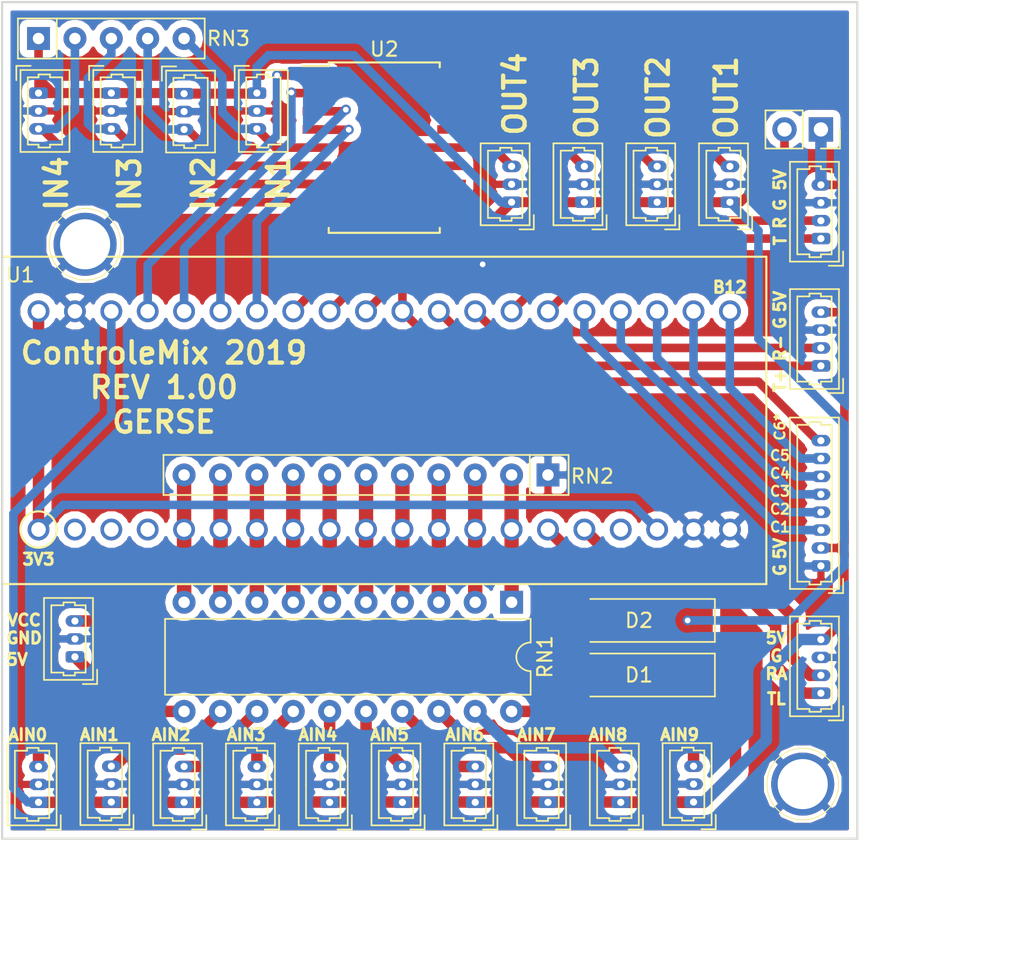
<source format=kicad_pcb>
(kicad_pcb (version 20171130) (host pcbnew 5.0.2)
  (layers (0 F.Cu signal) (31 B.Cu signal) (34 B.Paste user hide) (35 F.Paste user hide) (36 B.SilkS user) (37 F.SilkS user) (38 B.Mask user) (39 F.Mask user) (44 Edge.Cuts user))
  (net 0 "")
  (net 1 +5V)
  (net 2 "Net-(D1-Pad2)")
  (net 3 VCC)
  (net 4 "Net-(D2-Pad2)")
  (net 5 /AI0)
  (net 6 Earth)
  (net 7 /IN1)
  (net 8 /AI1)
  (net 9 /IN2)
  (net 10 /AI2)
  (net 11 /IN3)
  (net 12 /AI3)
  (net 13 /IN4)
  (net 14 /AI4)
  (net 15 /OUT1)
  (net 16 /AI5)
  (net 17 /OUT2)
  (net 18 /AI6)
  (net 19 /OUT3)
  (net 20 /AI7)
  (net 21 /OUT4)
  (net 22 /AI9)
  (net 23 /CH1)
  (net 24 /CH2)
  (net 25 /CH3)
  (net 26 /CH4)
  (net 27 /CH5)
  (net 28 /CH6)
  (net 29 /TX1)
  (net 30 /RX1)
  (net 31 /RX3_SDA2)
  (net 32 /TX3_SDL2)
  (net 33 /CANTX_USB+)
  (net 34 /ADC_CH9)
  (net 35 /ADC_CH8)
  (net 36 /ADC_CH7)
  (net 37 /ADC_CH6)
  (net 38 /ADC_CH5)
  (net 39 /ADC_CH4)
  (net 40 /ADC_CH3)
  (net 41 /ADC_CH2)
  (net 42 /ADC_CH1)
  (net 43 /AI8)
  (net 44 /ADC_CH0)
  (net 45 +3V3)
  (net 46 "Net-(U1-Pad2)")
  (net 47 "Net-(U1-Pad3)")
  (net 48 "Net-(U1-Pad4)")
  (net 49 "Net-(U1-Pad17)")
  (net 50 /PB3)
  (net 51 /PB4)
  (net 52 /PB5)
  (net 53 /PWM_CH1)
  (net 54 /PWM_CH2)
  (net 55 /PWM_CH3)
  (net 56 /PWM_CH4)
  (net 57 /CANRX_USB-)
  (module MyFootprint:Pin_D3.5mm_L4.4mm (layer F.Cu) (at 139.5 71.75)
    (fp_text reference REF** hide)
    (fp_text value Pin_D1.0mm_L10.0mm)
    (pad 1 thru_hole circle (at 0 0) (size 4.4 4.4) (drill 3.5) (layers *.Cu *.Mask) (net 6 Earth))
  )
  (module MyFootprint:stm32f103c8t6-module-china (layer F.Cu) (at 160.38 84.05)
    (fp_text reference U1 (at -25.4 -10.16) (layer F.SilkS))
    (fp_text value mySTM32F103C8T6 hide)
    (pad 1 thru_hole circle (at -24.13 7.62) (size 1.524 1.524) (drill 1.016) (layers *.Cu *.Mask) (net 45 +3V3))
    (pad 2 thru_hole circle (at -21.59 7.62) (size 1.524 1.524) (drill 1.016) (layers *.Cu *.Mask) (net 46 "Net-(U1-Pad2)"))
    (pad 3 thru_hole circle (at -19.05 7.62) (size 1.524 1.524) (drill 1.016) (layers *.Cu *.Mask) (net 47 "Net-(U1-Pad3)"))
    (pad 4 thru_hole circle (at -16.51 7.62) (size 1.524 1.524) (drill 1.016) (layers *.Cu *.Mask) (net 48 "Net-(U1-Pad4)"))
    (pad 5 thru_hole circle (at -13.97 7.62) (size 1.524 1.524) (drill 1.016) (layers *.Cu *.Mask) (net 44 /ADC_CH0))
    (pad 6 thru_hole circle (at -11.43 7.62) (size 1.524 1.524) (drill 1.016) (layers *.Cu *.Mask) (net 42 /ADC_CH1))
    (pad 7 thru_hole circle (at -8.89 7.62) (size 1.524 1.524) (drill 1.016) (layers *.Cu *.Mask) (net 41 /ADC_CH2))
    (pad 8 thru_hole circle (at -6.35 7.62) (size 1.524 1.524) (drill 1.016) (layers *.Cu *.Mask) (net 40 /ADC_CH3))
    (pad 9 thru_hole circle (at -3.81 7.62) (size 1.524 1.524) (drill 1.016) (layers *.Cu *.Mask) (net 39 /ADC_CH4))
    (pad 10 thru_hole circle (at -1.27 7.62) (size 1.524 1.524) (drill 1.016) (layers *.Cu *.Mask) (net 38 /ADC_CH5))
    (pad 11 thru_hole circle (at 1.27 7.62) (size 1.524 1.524) (drill 1.016) (layers *.Cu *.Mask) (net 37 /ADC_CH6))
    (pad 12 thru_hole circle (at 3.81 7.62) (size 1.524 1.524) (drill 1.016) (layers *.Cu *.Mask) (net 36 /ADC_CH7))
    (pad 13 thru_hole circle (at 6.35 7.62) (size 1.524 1.524) (drill 1.016) (layers *.Cu *.Mask) (net 35 /ADC_CH8))
    (pad 14 thru_hole circle (at 8.89 7.62) (size 1.524 1.524) (drill 1.016) (layers *.Cu *.Mask) (net 34 /ADC_CH9))
    (pad 15 thru_hole circle (at 11.43 7.62) (size 1.524 1.524) (drill 1.016) (layers *.Cu *.Mask) (net 32 /TX3_SDL2))
    (pad 16 thru_hole circle (at 13.97 7.62) (size 1.524 1.524) (drill 1.016) (layers *.Cu *.Mask) (net 31 /RX3_SDA2))
    (pad 17 thru_hole circle (at 16.51 7.62) (size 1.524 1.524) (drill 1.016) (layers *.Cu *.Mask) (net 49 "Net-(U1-Pad17)"))
    (pad 18 thru_hole circle (at 19.05 7.62) (size 1.524 1.524) (drill 1.016) (layers *.Cu *.Mask) (net 45 +3V3))
    (pad 19 thru_hole circle (at 21.59 7.62) (size 1.524 1.524) (drill 1.016) (layers *.Cu *.Mask) (net 6 Earth))
    (pad 20 thru_hole circle (at 24.13 7.62) (size 1.524 1.524) (drill 1.016) (layers *.Cu *.Mask) (net 6 Earth))
    (pad 21 thru_hole circle (at 24.13 -7.62) (size 1.524 1.524) (drill 1.016) (layers *.Cu *.Mask) (net 27 /CH5))
    (pad 22 thru_hole circle (at 21.59 -7.62) (size 1.524 1.524) (drill 1.016) (layers *.Cu *.Mask) (net 26 /CH4))
    (pad 23 thru_hole circle (at 19.05 -7.62) (size 1.524 1.524) (drill 1.016) (layers *.Cu *.Mask) (net 25 /CH3))
    (pad 24 thru_hole circle (at 16.51 -7.62) (size 1.524 1.524) (drill 1.016) (layers *.Cu *.Mask) (net 24 /CH2))
    (pad 25 thru_hole circle (at 13.97 -7.62) (size 1.524 1.524) (drill 1.016) (layers *.Cu *.Mask) (net 23 /CH1))
    (pad 26 thru_hole circle (at 11.43 -7.62) (size 1.524 1.524) (drill 1.016) (layers *.Cu *.Mask) (net 29 /TX1))
    (pad 27 thru_hole circle (at 8.89 -7.62) (size 1.524 1.524) (drill 1.016) (layers *.Cu *.Mask) (net 30 /RX1))
    (pad 28 thru_hole circle (at 6.35 -7.62) (size 1.524 1.524) (drill 1.016) (layers *.Cu *.Mask) (net 57 /CANRX_USB-))
    (pad 29 thru_hole circle (at 3.81 -7.62) (size 1.524 1.524) (drill 1.016) (layers *.Cu *.Mask) (net 33 /CANTX_USB+))
    (pad 30 thru_hole circle (at 1.27 -7.62) (size 1.524 1.524) (drill 1.016) (layers *.Cu *.Mask) (net 28 /CH6))
    (pad 31 thru_hole circle (at -1.27 -7.62) (size 1.524 1.524) (drill 1.016) (layers *.Cu *.Mask) (net 50 /PB3))
    (pad 32 thru_hole circle (at -3.81 -7.62) (size 1.524 1.524) (drill 1.016) (layers *.Cu *.Mask) (net 51 /PB4))
    (pad 33 thru_hole circle (at -6.35 -7.62) (size 1.524 1.524) (drill 1.016) (layers *.Cu *.Mask) (net 52 /PB5))
    (pad 34 thru_hole circle (at -8.89 -7.62) (size 1.524 1.524) (drill 1.016) (layers *.Cu *.Mask) (net 53 /PWM_CH1))
    (pad 35 thru_hole circle (at -11.43 -7.62) (size 1.524 1.524) (drill 1.016) (layers *.Cu *.Mask) (net 54 /PWM_CH2))
    (pad 36 thru_hole circle (at -13.97 -7.62) (size 1.524 1.524) (drill 1.016) (layers *.Cu *.Mask) (net 55 /PWM_CH3))
    (pad 37 thru_hole circle (at -16.51 -7.62) (size 1.524 1.524) (drill 1.016) (layers *.Cu *.Mask) (net 56 /PWM_CH4))
    (pad 38 thru_hole circle (at -19.05 -7.62) (size 1.524 1.524) (drill 1.016) (layers *.Cu *.Mask) (net 1 +5V))
    (pad 39 thru_hole circle (at -21.59 -7.62) (size 1.524 1.524) (drill 1.016) (layers *.Cu *.Mask) (net 6 Earth))
    (pad 40 thru_hole circle (at -24.13 -7.62) (size 1.524 1.524) (drill 1.016) (layers *.Cu *.Mask) (net 45 +3V3))
  )
  (module Connector_PinSocket_2.54mm:PinSocket_1x02_P2.54mm_Vertical (layer F.Cu) (at 190.86 63.73 270)
    (fp_text reference JP1 hide)
    (fp_text value 5V=VCC)
    (pad 1 thru_hole rect (at 0 0 270) (size 1.7 1.7) (drill 1) (layers *.Cu *.Mask) (net 1 +5V))
    (pad 2 thru_hole oval (at 0 2.54 270) (size 1.7 1.7) (drill 1) (layers *.Cu *.Mask) (net 3 VCC))
  )
  (module Package_DIP:DIP-20_W7.62mm (layer F.Cu) (at 169.27 96.75 270)
    (fp_text reference RN1 (at 3.81 -2.33 270) (layer F.SilkS))
    (fp_text value RA)
    (pad 1 thru_hole rect (at 0 0 270) (size 1.6 1.6) (drill 0.8) (layers *.Cu *.Mask) (net 34 /ADC_CH9))
    (pad 11 thru_hole oval (at 7.62 22.86 270) (size 1.6 1.6) (drill 0.8) (layers *.Cu *.Mask) (net 5 /AI0))
    (pad 2 thru_hole oval (at 0 2.54 270) (size 1.6 1.6) (drill 0.8) (layers *.Cu *.Mask) (net 35 /ADC_CH8))
    (pad 12 thru_hole oval (at 7.62 20.32 270) (size 1.6 1.6) (drill 0.8) (layers *.Cu *.Mask) (net 8 /AI1))
    (pad 3 thru_hole oval (at 0 5.08 270) (size 1.6 1.6) (drill 0.8) (layers *.Cu *.Mask) (net 36 /ADC_CH7))
    (pad 13 thru_hole oval (at 7.62 17.78 270) (size 1.6 1.6) (drill 0.8) (layers *.Cu *.Mask) (net 10 /AI2))
    (pad 4 thru_hole oval (at 0 7.62 270) (size 1.6 1.6) (drill 0.8) (layers *.Cu *.Mask) (net 37 /ADC_CH6))
    (pad 14 thru_hole oval (at 7.62 15.24 270) (size 1.6 1.6) (drill 0.8) (layers *.Cu *.Mask) (net 12 /AI3))
    (pad 5 thru_hole oval (at 0 10.16 270) (size 1.6 1.6) (drill 0.8) (layers *.Cu *.Mask) (net 38 /ADC_CH5))
    (pad 15 thru_hole oval (at 7.62 12.7 270) (size 1.6 1.6) (drill 0.8) (layers *.Cu *.Mask) (net 14 /AI4))
    (pad 6 thru_hole oval (at 0 12.7 270) (size 1.6 1.6) (drill 0.8) (layers *.Cu *.Mask) (net 39 /ADC_CH4))
    (pad 16 thru_hole oval (at 7.62 10.16 270) (size 1.6 1.6) (drill 0.8) (layers *.Cu *.Mask) (net 16 /AI5))
    (pad 7 thru_hole oval (at 0 15.24 270) (size 1.6 1.6) (drill 0.8) (layers *.Cu *.Mask) (net 40 /ADC_CH3))
    (pad 17 thru_hole oval (at 7.62 7.62 270) (size 1.6 1.6) (drill 0.8) (layers *.Cu *.Mask) (net 18 /AI6))
    (pad 8 thru_hole oval (at 0 17.78 270) (size 1.6 1.6) (drill 0.8) (layers *.Cu *.Mask) (net 41 /ADC_CH2))
    (pad 18 thru_hole oval (at 7.62 5.08 270) (size 1.6 1.6) (drill 0.8) (layers *.Cu *.Mask) (net 20 /AI7))
    (pad 9 thru_hole oval (at 0 20.32 270) (size 1.6 1.6) (drill 0.8) (layers *.Cu *.Mask) (net 42 /ADC_CH1))
    (pad 19 thru_hole oval (at 7.62 2.54 270) (size 1.6 1.6) (drill 0.8) (layers *.Cu *.Mask) (net 43 /AI8))
    (pad 10 thru_hole oval (at 0 22.86 270) (size 1.6 1.6) (drill 0.8) (layers *.Cu *.Mask) (net 44 /ADC_CH0))
    (pad 20 thru_hole oval (at 7.62 0 270) (size 1.6 1.6) (drill 0.8) (layers *.Cu *.Mask) (net 22 /AI9))
  )
  (module Resistor_THT:R_Array_SIP11 (layer F.Cu) (at 171.81 87.86 180)
    (fp_text reference RN2 (at -3.09 -0.09 180) (layer F.SilkS))
    (fp_text value RB)
    (pad 1 thru_hole rect (at 0 0 180) (size 1.6 1.6) (drill 0.8) (layers *.Cu *.Mask) (net 6 Earth))
    (pad 2 thru_hole oval (at 2.54 0 180) (size 1.6 1.6) (drill 0.8) (layers *.Cu *.Mask) (net 34 /ADC_CH9))
    (pad 3 thru_hole oval (at 5.08 0 180) (size 1.6 1.6) (drill 0.8) (layers *.Cu *.Mask) (net 35 /ADC_CH8))
    (pad 4 thru_hole oval (at 7.62 0 180) (size 1.6 1.6) (drill 0.8) (layers *.Cu *.Mask) (net 36 /ADC_CH7))
    (pad 5 thru_hole oval (at 10.16 0 180) (size 1.6 1.6) (drill 0.8) (layers *.Cu *.Mask) (net 37 /ADC_CH6))
    (pad 6 thru_hole oval (at 12.7 0 180) (size 1.6 1.6) (drill 0.8) (layers *.Cu *.Mask) (net 38 /ADC_CH5))
    (pad 7 thru_hole oval (at 15.24 0 180) (size 1.6 1.6) (drill 0.8) (layers *.Cu *.Mask) (net 39 /ADC_CH4))
    (pad 8 thru_hole oval (at 17.78 0 180) (size 1.6 1.6) (drill 0.8) (layers *.Cu *.Mask) (net 40 /ADC_CH3))
    (pad 9 thru_hole oval (at 20.32 0 180) (size 1.6 1.6) (drill 0.8) (layers *.Cu *.Mask) (net 41 /ADC_CH2))
    (pad 10 thru_hole oval (at 22.86 0 180) (size 1.6 1.6) (drill 0.8) (layers *.Cu *.Mask) (net 42 /ADC_CH1))
    (pad 11 thru_hole oval (at 25.4 0 180) (size 1.6 1.6) (drill 0.8) (layers *.Cu *.Mask) (net 44 /ADC_CH0))
  )
  (module Resistor_THT:R_Array_SIP5 (layer F.Cu) (at 136.25 57.38)
    (fp_text reference RN3 (at 13.25 0) (layer F.SilkS))
    (fp_text value 100k)
    (pad 1 thru_hole rect (at 0 0) (size 1.6 1.6) (drill 0.8) (layers *.Cu *.Mask) (net 3 VCC))
    (pad 2 thru_hole oval (at 2.54 0) (size 1.6 1.6) (drill 0.8) (layers *.Cu *.Mask) (net 13 /IN4))
    (pad 3 thru_hole oval (at 5.08 0) (size 1.6 1.6) (drill 0.8) (layers *.Cu *.Mask) (net 11 /IN3))
    (pad 4 thru_hole oval (at 7.62 0) (size 1.6 1.6) (drill 0.8) (layers *.Cu *.Mask) (net 9 /IN2))
    (pad 5 thru_hole oval (at 10.16 0) (size 1.6 1.6) (drill 0.8) (layers *.Cu *.Mask) (net 7 /IN1))
  )
  (module Package_SO:SOIC-18W_7.5x11.6mm_P1.27mm (layer F.Cu) (at 160.38 65)
    (fp_text reference U2 (at 0 -6.875) (layer F.SilkS))
    (fp_text value ULN2803A)
    (pad 1 smd rect (at -4.7 -5.08) (size 2 0.6) (layers F.Cu F.Paste F.Mask) (net 56 /PWM_CH4))
    (pad 2 smd rect (at -4.7 -3.81) (size 2 0.6) (layers F.Cu F.Paste F.Mask) (net 55 /PWM_CH3))
    (pad 3 smd rect (at -4.7 -2.54) (size 2 0.6) (layers F.Cu F.Paste F.Mask) (net 54 /PWM_CH2))
    (pad 4 smd rect (at -4.7 -1.27) (size 2 0.6) (layers F.Cu F.Paste F.Mask) (net 53 /PWM_CH1))
    (pad 5 smd rect (at -4.7 0) (size 2 0.6) (layers F.Cu F.Paste F.Mask) (net 7 /IN1))
    (pad 6 smd rect (at -4.7 1.27) (size 2 0.6) (layers F.Cu F.Paste F.Mask) (net 9 /IN2))
    (pad 7 smd rect (at -4.7 2.54) (size 2 0.6) (layers F.Cu F.Paste F.Mask) (net 11 /IN3))
    (pad 8 smd rect (at -4.7 3.81) (size 2 0.6) (layers F.Cu F.Paste F.Mask) (net 13 /IN4))
    (pad 9 smd rect (at -4.7 5.08) (size 2 0.6) (layers F.Cu F.Paste F.Mask) (net 6 Earth))
    (pad 10 smd rect (at 4.7 5.08) (size 2 0.6) (layers F.Cu F.Paste F.Mask) (net 3 VCC))
    (pad 11 smd rect (at 4.7 3.81) (size 2 0.6) (layers F.Cu F.Paste F.Mask) (net 28 /CH6))
    (pad 12 smd rect (at 4.7 2.54) (size 2 0.6) (layers F.Cu F.Paste F.Mask) (net 50 /PB3))
    (pad 13 smd rect (at 4.7 1.27) (size 2 0.6) (layers F.Cu F.Paste F.Mask) (net 51 /PB4))
    (pad 14 smd rect (at 4.7 0) (size 2 0.6) (layers F.Cu F.Paste F.Mask) (net 52 /PB5))
    (pad 15 smd rect (at 4.7 -1.27) (size 2 0.6) (layers F.Cu F.Paste F.Mask) (net 21 /OUT4))
    (pad 16 smd rect (at 4.7 -2.54) (size 2 0.6) (layers F.Cu F.Paste F.Mask) (net 19 /OUT3))
    (pad 17 smd rect (at 4.7 -3.81) (size 2 0.6) (layers F.Cu F.Paste F.Mask) (net 17 /OUT2))
    (pad 18 smd rect (at 4.7 -5.08) (size 2 0.6) (layers F.Cu F.Paste F.Mask) (net 15 /OUT1))
  )
  (module Connector_Molex:Molex_PicoBlade_53047-0310_1x03_P1.25mm_Vertical (layer F.Cu) (at 136.25 110.72 90)
    (fp_text reference J1 hide)
    (fp_text value AIN0)
    (pad 1 thru_hole roundrect (at 0 0 90) (size 0.8 1.3) (drill 0.5) (layers *.Cu *.Mask) (net 1 +5V))
    (pad 2 thru_hole oval (at 1.25 0 90) (size 0.8 1.3) (drill 0.5) (layers *.Cu *.Mask) (net 6 Earth))
    (pad 3 thru_hole oval (at 2.5 0 90) (size 0.8 1.3) (drill 0.5) (layers *.Cu *.Mask) (net 5 /AI0))
  )
  (module Connector_Molex:Molex_PicoBlade_53047-0310_1x03_P1.25mm_Vertical (layer F.Cu) (at 141.33 110.7 90)
    (fp_text reference J3 hide)
    (fp_text value AIN1)
    (pad 3 thru_hole oval (at 2.5 0 90) (size 0.8 1.3) (drill 0.5) (layers *.Cu *.Mask) (net 8 /AI1))
    (pad 2 thru_hole oval (at 1.25 0 90) (size 0.8 1.3) (drill 0.5) (layers *.Cu *.Mask) (net 6 Earth))
    (pad 1 thru_hole roundrect (at 0 0 90) (size 0.8 1.3) (drill 0.5) (layers *.Cu *.Mask) (net 1 +5V))
  )
  (module Connector_Molex:Molex_PicoBlade_53047-0310_1x03_P1.25mm_Vertical (layer F.Cu) (at 146.41 110.72 90)
    (fp_text reference J5 hide)
    (fp_text value AIN2)
    (pad 1 thru_hole roundrect (at 0 0 90) (size 0.8 1.3) (drill 0.5) (layers *.Cu *.Mask) (net 1 +5V))
    (pad 2 thru_hole oval (at 1.25 0 90) (size 0.8 1.3) (drill 0.5) (layers *.Cu *.Mask) (net 6 Earth))
    (pad 3 thru_hole oval (at 2.5 0 90) (size 0.8 1.3) (drill 0.5) (layers *.Cu *.Mask) (net 10 /AI2))
  )
  (module Connector_Molex:Molex_PicoBlade_53047-0310_1x03_P1.25mm_Vertical (layer F.Cu) (at 151.49 110.72 90)
    (fp_text reference J7 hide)
    (fp_text value AIN3)
    (pad 3 thru_hole oval (at 2.5 0 90) (size 0.8 1.3) (drill 0.5) (layers *.Cu *.Mask) (net 12 /AI3))
    (pad 2 thru_hole oval (at 1.25 0 90) (size 0.8 1.3) (drill 0.5) (layers *.Cu *.Mask) (net 6 Earth))
    (pad 1 thru_hole roundrect (at 0 0 90) (size 0.8 1.3) (drill 0.5) (layers *.Cu *.Mask) (net 1 +5V))
  )
  (module Connector_Molex:Molex_PicoBlade_53047-0310_1x03_P1.25mm_Vertical (layer F.Cu) (at 156.57 110.72 90)
    (fp_text reference J9 hide)
    (fp_text value AIN4)
    (pad 3 thru_hole oval (at 2.5 0 90) (size 0.8 1.3) (drill 0.5) (layers *.Cu *.Mask) (net 14 /AI4))
    (pad 2 thru_hole oval (at 1.25 0 90) (size 0.8 1.3) (drill 0.5) (layers *.Cu *.Mask) (net 6 Earth))
    (pad 1 thru_hole roundrect (at 0 0 90) (size 0.8 1.3) (drill 0.5) (layers *.Cu *.Mask) (net 1 +5V))
  )
  (module Connector_Molex:Molex_PicoBlade_53047-0310_1x03_P1.25mm_Vertical (layer F.Cu) (at 161.65 110.72 90)
    (fp_text reference J11 hide)
    (fp_text value AIN5)
    (pad 1 thru_hole roundrect (at 0 0 90) (size 0.8 1.3) (drill 0.5) (layers *.Cu *.Mask) (net 1 +5V))
    (pad 2 thru_hole oval (at 1.25 0 90) (size 0.8 1.3) (drill 0.5) (layers *.Cu *.Mask) (net 6 Earth))
    (pad 3 thru_hole oval (at 2.5 0 90) (size 0.8 1.3) (drill 0.5) (layers *.Cu *.Mask) (net 16 /AI5))
  )
  (module Connector_Molex:Molex_PicoBlade_53047-0310_1x03_P1.25mm_Vertical (layer F.Cu) (at 166.73 110.72 90)
    (fp_text reference J13 hide)
    (fp_text value AIN6)
    (pad 3 thru_hole oval (at 2.5 0 90) (size 0.8 1.3) (drill 0.5) (layers *.Cu *.Mask) (net 18 /AI6))
    (pad 2 thru_hole oval (at 1.25 0 90) (size 0.8 1.3) (drill 0.5) (layers *.Cu *.Mask) (net 6 Earth))
    (pad 1 thru_hole roundrect (at 0 0 90) (size 0.8 1.3) (drill 0.5) (layers *.Cu *.Mask) (net 1 +5V))
  )
  (module Connector_Molex:Molex_PicoBlade_53047-0310_1x03_P1.25mm_Vertical (layer F.Cu) (at 171.81 110.72 90)
    (fp_text reference J15 hide)
    (fp_text value AIN7)
    (pad 1 thru_hole roundrect (at 0 0 90) (size 0.8 1.3) (drill 0.5) (layers *.Cu *.Mask) (net 1 +5V))
    (pad 2 thru_hole oval (at 1.25 0 90) (size 0.8 1.3) (drill 0.5) (layers *.Cu *.Mask) (net 6 Earth))
    (pad 3 thru_hole oval (at 2.5 0 90) (size 0.8 1.3) (drill 0.5) (layers *.Cu *.Mask) (net 20 /AI7))
  )
  (module Connector_Molex:Molex_PicoBlade_53047-0310_1x03_P1.25mm_Vertical (layer F.Cu) (at 176.89 110.72 90)
    (fp_text reference J17 hide)
    (fp_text value AIN8)
    (pad 3 thru_hole oval (at 2.5 0 90) (size 0.8 1.3) (drill 0.5) (layers *.Cu *.Mask) (net 43 /AI8))
    (pad 2 thru_hole oval (at 1.25 0 90) (size 0.8 1.3) (drill 0.5) (layers *.Cu *.Mask) (net 6 Earth))
    (pad 1 thru_hole roundrect (at 0 0 90) (size 0.8 1.3) (drill 0.5) (layers *.Cu *.Mask) (net 1 +5V))
  )
  (module Connector_Molex:Molex_PicoBlade_53047-0310_1x03_P1.25mm_Vertical (layer F.Cu) (at 181.97 110.7 90)
    (fp_text reference J18 hide)
    (fp_text value AIN9)
    (pad 1 thru_hole roundrect (at 0 0 90) (size 0.8 1.3) (drill 0.5) (layers *.Cu *.Mask) (net 1 +5V))
    (pad 2 thru_hole oval (at 1.25 0 90) (size 0.8 1.3) (drill 0.5) (layers *.Cu *.Mask) (net 6 Earth))
    (pad 3 thru_hole oval (at 2.5 0 90) (size 0.8 1.3) (drill 0.5) (layers *.Cu *.Mask) (net 22 /AI9))
  )
  (module Diode_SMD:D_MELF_Handsoldering (layer F.Cu) (at 178.16 101.83 180)
    (fp_text reference D1 (at 0 0 180) (layer F.SilkS))
    (fp_text value D_ALT)
    (pad 1 smd rect (at -3.4 0 180) (size 3.5 2.7) (layers F.Cu F.Paste F.Mask) (net 1 +5V))
    (pad 2 smd oval (at 3.4 0 180) (size 3.5 2.7) (layers F.Cu F.Paste F.Mask) (net 2 "Net-(D1-Pad2)"))
  )
  (module Diode_SMD:D_MELF_Handsoldering (layer F.Cu) (at 178.16 98.02 180)
    (fp_text reference D2 (at 0 0 180) (layer F.SilkS))
    (fp_text value D_ALT)
    (pad 2 smd oval (at 3.4 0 180) (size 3.5 2.7) (layers F.Cu F.Paste F.Mask) (net 4 "Net-(D2-Pad2)"))
    (pad 1 smd rect (at -3.4 0 180) (size 3.5 2.7) (layers F.Cu F.Paste F.Mask) (net 3 VCC))
  )
  (module Connector_Molex:Molex_PicoBlade_53047-0810_1x08_P1.25mm_Vertical (layer F.Cu) (at 190.86 94.21 90)
    (fp_text reference J19 hide)
    (fp_text value "RC CHANNEL")
    (pad 1 thru_hole roundrect (at 0 0 90) (size 0.8 1.3) (drill 0.5) (layers *.Cu *.Mask) (net 6 Earth))
    (pad 2 thru_hole oval (at 1.25 0 90) (size 0.8 1.3) (drill 0.5) (layers *.Cu *.Mask) (net 1 +5V))
    (pad 3 thru_hole oval (at 2.5 0 90) (size 0.8 1.3) (drill 0.5) (layers *.Cu *.Mask) (net 23 /CH1))
    (pad 4 thru_hole oval (at 3.75 0 90) (size 0.8 1.3) (drill 0.5) (layers *.Cu *.Mask) (net 24 /CH2))
    (pad 5 thru_hole oval (at 5 0 90) (size 0.8 1.3) (drill 0.5) (layers *.Cu *.Mask) (net 25 /CH3))
    (pad 6 thru_hole oval (at 6.25 0 90) (size 0.8 1.3) (drill 0.5) (layers *.Cu *.Mask) (net 26 /CH4))
    (pad 7 thru_hole oval (at 7.5 0 90) (size 0.8 1.3) (drill 0.5) (layers *.Cu *.Mask) (net 27 /CH5))
    (pad 8 thru_hole oval (at 8.75 0 90) (size 0.8 1.3) (drill 0.5) (layers *.Cu *.Mask) (net 28 /CH6))
  )
  (module Connector_Molex:Molex_PicoBlade_53047-0410_1x04_P1.25mm_Vertical (layer F.Cu) (at 190.86 71.35 90)
    (fp_text reference J20 hide)
    (fp_text value CON1)
    (pad 1 thru_hole roundrect (at 0 0 90) (size 0.8 1.3) (drill 0.5) (layers *.Cu *.Mask) (net 29 /TX1))
    (pad 2 thru_hole oval (at 1.25 0 90) (size 0.8 1.3) (drill 0.5) (layers *.Cu *.Mask) (net 30 /RX1))
    (pad 3 thru_hole oval (at 2.5 0 90) (size 0.8 1.3) (drill 0.5) (layers *.Cu *.Mask) (net 6 Earth))
    (pad 4 thru_hole oval (at 3.75 0 90) (size 0.8 1.3) (drill 0.5) (layers *.Cu *.Mask) (net 1 +5V))
  )
  (module Connector_Molex:Molex_PicoBlade_53047-0410_1x04_P1.25mm_Vertical (layer F.Cu) (at 190.86 103.1 90)
    (fp_text reference J21 hide)
    (fp_text value COM2)
    (pad 4 thru_hole oval (at 3.75 0 90) (size 0.8 1.3) (drill 0.5) (layers *.Cu *.Mask) (net 1 +5V))
    (pad 3 thru_hole oval (at 2.5 0 90) (size 0.8 1.3) (drill 0.5) (layers *.Cu *.Mask) (net 6 Earth))
    (pad 2 thru_hole oval (at 1.25 0 90) (size 0.8 1.3) (drill 0.5) (layers *.Cu *.Mask) (net 31 /RX3_SDA2))
    (pad 1 thru_hole roundrect (at 0 0 90) (size 0.8 1.3) (drill 0.5) (layers *.Cu *.Mask) (net 32 /TX3_SDL2))
  )
  (module Connector_Molex:Molex_PicoBlade_53047-0410_1x04_P1.25mm_Vertical (layer F.Cu) (at 190.86 80.24 90)
    (fp_text reference J22 hide)
    (fp_text value CON3)
    (pad 1 thru_hole roundrect (at 0 0 90) (size 0.8 1.3) (drill 0.5) (layers *.Cu *.Mask) (net 33 /CANTX_USB+))
    (pad 2 thru_hole oval (at 1.25 0 90) (size 0.8 1.3) (drill 0.5) (layers *.Cu *.Mask) (net 57 /CANRX_USB-))
    (pad 3 thru_hole oval (at 2.5 0 90) (size 0.8 1.3) (drill 0.5) (layers *.Cu *.Mask) (net 6 Earth))
    (pad 4 thru_hole oval (at 3.75 0 90) (size 0.8 1.3) (drill 0.5) (layers *.Cu *.Mask) (net 1 +5V))
  )
  (module Connector_Molex:Molex_PicoBlade_53047-0310_1x03_P1.25mm_Vertical (layer F.Cu) (at 151.49 61.19 270)
    (fp_text reference J2 hide)
    (fp_text value IN1)
    (pad 3 thru_hole oval (at 2.5 0 270) (size 0.8 1.3) (drill 0.5) (layers *.Cu *.Mask) (net 7 /IN1))
    (pad 2 thru_hole oval (at 1.25 0 270) (size 0.8 1.3) (drill 0.5) (layers *.Cu *.Mask) (net 6 Earth))
    (pad 1 thru_hole roundrect (at 0 0 270) (size 0.8 1.3) (drill 0.5) (layers *.Cu *.Mask) (net 3 VCC))
  )
  (module Connector_Molex:Molex_PicoBlade_53047-0310_1x03_P1.25mm_Vertical (layer F.Cu) (at 146.41 61.23 270)
    (fp_text reference J4 hide)
    (fp_text value IN2)
    (pad 1 thru_hole roundrect (at 0 0 270) (size 0.8 1.3) (drill 0.5) (layers *.Cu *.Mask) (net 3 VCC))
    (pad 2 thru_hole oval (at 1.25 0 270) (size 0.8 1.3) (drill 0.5) (layers *.Cu *.Mask) (net 6 Earth))
    (pad 3 thru_hole oval (at 2.5 0 270) (size 0.8 1.3) (drill 0.5) (layers *.Cu *.Mask) (net 9 /IN2))
  )
  (module Connector_Molex:Molex_PicoBlade_53047-0310_1x03_P1.25mm_Vertical (layer F.Cu) (at 141.33 61.19 270)
    (fp_text reference J6 hide)
    (fp_text value IN3)
    (pad 3 thru_hole oval (at 2.5 0 270) (size 0.8 1.3) (drill 0.5) (layers *.Cu *.Mask) (net 11 /IN3))
    (pad 2 thru_hole oval (at 1.25 0 270) (size 0.8 1.3) (drill 0.5) (layers *.Cu *.Mask) (net 6 Earth))
    (pad 1 thru_hole roundrect (at 0 0 270) (size 0.8 1.3) (drill 0.5) (layers *.Cu *.Mask) (net 3 VCC))
  )
  (module Connector_Molex:Molex_PicoBlade_53047-0310_1x03_P1.25mm_Vertical (layer F.Cu) (at 136.25 61.19 270)
    (fp_text reference J8 hide)
    (fp_text value IN4)
    (pad 1 thru_hole roundrect (at 0 0 270) (size 0.8 1.3) (drill 0.5) (layers *.Cu *.Mask) (net 3 VCC))
    (pad 2 thru_hole oval (at 1.25 0 270) (size 0.8 1.3) (drill 0.5) (layers *.Cu *.Mask) (net 6 Earth))
    (pad 3 thru_hole oval (at 2.5 0 270) (size 0.8 1.3) (drill 0.5) (layers *.Cu *.Mask) (net 13 /IN4))
  )
  (module Connector_Molex:Molex_PicoBlade_53047-0310_1x03_P1.25mm_Vertical (layer F.Cu) (at 184.51 68.81 90)
    (fp_text reference J10 hide)
    (fp_text value OUT1)
    (pad 1 thru_hole roundrect (at 0 0 90) (size 0.8 1.3) (drill 0.5) (layers *.Cu *.Mask) (net 3 VCC))
    (pad 2 thru_hole oval (at 1.25 0 90) (size 0.8 1.3) (drill 0.5) (layers *.Cu *.Mask) (net 6 Earth))
    (pad 3 thru_hole oval (at 2.5 0 90) (size 0.8 1.3) (drill 0.5) (layers *.Cu *.Mask) (net 15 /OUT1))
  )
  (module Connector_Molex:Molex_PicoBlade_53047-0310_1x03_P1.25mm_Vertical (layer F.Cu) (at 179.43 68.81 90)
    (fp_text reference J12 hide)
    (fp_text value OUT2)
    (pad 3 thru_hole oval (at 2.5 0 90) (size 0.8 1.3) (drill 0.5) (layers *.Cu *.Mask) (net 17 /OUT2))
    (pad 2 thru_hole oval (at 1.25 0 90) (size 0.8 1.3) (drill 0.5) (layers *.Cu *.Mask) (net 6 Earth))
    (pad 1 thru_hole roundrect (at 0 0 90) (size 0.8 1.3) (drill 0.5) (layers *.Cu *.Mask) (net 3 VCC))
  )
  (module Connector_Molex:Molex_PicoBlade_53047-0310_1x03_P1.25mm_Vertical (layer F.Cu) (at 174.35 68.81 90)
    (fp_text reference J14 hide)
    (fp_text value OUT3)
    (pad 1 thru_hole roundrect (at 0 0 90) (size 0.8 1.3) (drill 0.5) (layers *.Cu *.Mask) (net 3 VCC))
    (pad 2 thru_hole oval (at 1.25 0 90) (size 0.8 1.3) (drill 0.5) (layers *.Cu *.Mask) (net 6 Earth))
    (pad 3 thru_hole oval (at 2.5 0 90) (size 0.8 1.3) (drill 0.5) (layers *.Cu *.Mask) (net 19 /OUT3))
  )
  (module Connector_Molex:Molex_PicoBlade_53047-0310_1x03_P1.25mm_Vertical (layer F.Cu) (at 169.27 68.81 90)
    (fp_text reference J16 hide)
    (fp_text value OUT4)
    (pad 3 thru_hole oval (at 2.5 0 90) (size 0.8 1.3) (drill 0.5) (layers *.Cu *.Mask) (net 21 /OUT4))
    (pad 2 thru_hole oval (at 1.25 0 90) (size 0.8 1.3) (drill 0.5) (layers *.Cu *.Mask) (net 6 Earth))
    (pad 1 thru_hole roundrect (at 0 0 90) (size 0.8 1.3) (drill 0.5) (layers *.Cu *.Mask) (net 3 VCC))
  )
  (module Connector_Molex:Molex_PicoBlade_53047-0310_1x03_P1.25mm_Vertical (layer F.Cu) (at 138.79 100.56 90)
    (fp_text reference J23 hide)
    (fp_text value VIN)
    (pad 1 thru_hole roundrect (at 0 0 90) (size 0.8 1.3) (drill 0.5) (layers *.Cu *.Mask) (net 2 "Net-(D1-Pad2)"))
    (pad 2 thru_hole oval (at 1.25 0 90) (size 0.8 1.3) (drill 0.5) (layers *.Cu *.Mask) (net 6 Earth))
    (pad 3 thru_hole oval (at 2.5 0 90) (size 0.8 1.3) (drill 0.5) (layers *.Cu *.Mask) (net 4 "Net-(D2-Pad2)"))
  )
  (module MyFootprint:Pin_D3.5mm_L4.4mm (layer F.Cu) (at 189.59 109.45)
    (fp_text reference REF** hide)
    (fp_text value Pin_D1.0mm_L10.0mm)
    (pad 1 thru_hole circle (at 0 0) (size 4.4 4.4) (drill 3.5) (layers *.Cu *.Mask) (net 6 Earth))
  )
  (gr_text B12 (at 184.5 74.75) (layer F.SilkS) (effects (font (size 0.8 0.8) (thickness 0.2))))
  (gr_text 3V3 (at 136.25 93.75) (layer F.SilkS) (effects (font (size 0.8 0.8) (thickness 0.2))))
  (gr_text @pedro-ibs (at 156.75 56) (layer F.Cu) (effects (font (size 0.8 0.8) (thickness 0.2))))
  (gr_text "ControleMix 2019\nREV 1.00\nGERSE" (at 145 81.75) (layer F.SilkS) (effects (font (size 1.5 1.5) (thickness 0.3))))
  (gr_text C6* (at 188 84.5 90) (layer F.SilkS) (effects (font (size 0.7 0.7))))
  (gr_text C5 (at 188 86.5) (layer F.SilkS) (effects (font (size 0.7 0.7))))
  (gr_text C4 (at 188 87.75) (layer F.SilkS) (effects (font (size 0.7 0.7))))
  (gr_text C3 (at 188 89) (layer F.SilkS) (effects (font (size 0.7 0.7))))
  (gr_text C2 (at 188 90.25) (layer F.SilkS) (effects (font (size 0.7 0.7))))
  (gr_text C1 (at 188 91.5) (layer F.SilkS) (effects (font (size 0.7 0.7))))
  (gr_text G (at 188 94.5 90) (layer F.SilkS) (effects (font (size 0.8 0.8) (thickness 0.2))))
  (gr_text 5V (at 188 93 90) (layer F.SilkS) (effects (font (size 0.8 0.8) (thickness 0.2))))
  (gr_text G (at 188 77.25 90) (layer F.SilkS) (effects (font (size 0.8 0.8) (thickness 0.2))))
  (gr_text R- (at 188 79 90) (layer F.SilkS) (effects (font (size 0.8 0.8) (thickness 0.2))))
  (gr_text T+ (at 188 81.25 90) (layer F.SilkS) (effects (font (size 0.8 0.8) (thickness 0.2))))
  (gr_text 5V (at 188 67.25 90) (layer F.SilkS) (effects (font (size 0.8 0.8) (thickness 0.2))))
  (gr_text 5V (at 188 75.75 90) (layer F.SilkS) (effects (font (size 0.8 0.8) (thickness 0.2))))
  (gr_text G (at 188 69 90) (layer F.SilkS) (effects (font (size 0.8 0.8) (thickness 0.2))))
  (gr_text R (at 188 70.25 90) (layer F.SilkS) (effects (font (size 0.8 0.8) (thickness 0.2))))
  (gr_text T (at 188.025 71.5 90) (layer F.SilkS) (effects (font (size 0.8 0.8) (thickness 0.2))))
  (gr_text 5V (at 187.75 99.25) (layer F.SilkS) (effects (font (size 0.8 0.8) (thickness 0.2))))
  (gr_text G (at 187.75 100.5) (layer F.SilkS) (effects (font (size 0.8 0.8) (thickness 0.2))))
  (gr_text RA (at 187.75 101.75) (layer F.SilkS) (effects (font (size 0.8 0.8) (thickness 0.2))))
  (gr_text TL (at 187.75 103.5) (layer F.SilkS) (effects (font (size 0.8 0.8) (thickness 0.2))))
  (gr_circle (center 136.25 91.67) (end 134.98 91.67) (layer F.SilkS) (width 0.15))
  (gr_text "NÃO CONECTAR O JP1 CASO VCC > 5V" (at 180.75 56.25) (layer F.Cu) (effects (font (size 0.8 0.8) (thickness 0.2))))
  (gr_text VCC (at 135.25 98) (layer F.SilkS) (effects (font (size 0.8 0.8) (thickness 0.2))))
  (gr_text 5V (at 134.75 100.75) (layer F.SilkS) (effects (font (size 0.8 0.8) (thickness 0.2))))
  (gr_text GND (at 135.25 99.25) (layer F.SilkS) (effects (font (size 0.8 0.8) (thickness 0.2))))
  (gr_text AIN9 (at 181 106) (layer F.SilkS) (effects (font (size 0.8 0.8) (thickness 0.2))))
  (gr_text AIN8 (at 176 106) (layer F.SilkS) (effects (font (size 0.8 0.8) (thickness 0.2))))
  (gr_text AIN7 (at 171 106) (layer F.SilkS) (effects (font (size 0.8 0.8) (thickness 0.2))))
  (gr_text AIN6 (at 166 106) (layer F.SilkS) (effects (font (size 0.8 0.8) (thickness 0.2))))
  (gr_text AIN5 (at 160.75 106) (layer F.SilkS) (effects (font (size 0.8 0.8) (thickness 0.2))))
  (gr_text AIN4 (at 155.75 106) (layer F.SilkS) (effects (font (size 0.8 0.8) (thickness 0.2))))
  (gr_text AIN3 (at 150.75 106) (layer F.SilkS) (effects (font (size 0.8 0.8) (thickness 0.2))))
  (gr_text AIN2 (at 145.5 106) (layer F.SilkS) (effects (font (size 0.8 0.8) (thickness 0.2))))
  (gr_text AIN1 (at 140.5 106) (layer F.SilkS) (effects (font (size 0.8 0.8) (thickness 0.2))))
  (gr_text AIN0 (at 135.5 106) (layer F.SilkS) (effects (font (size 0.8 0.8) (thickness 0.2))))
  (gr_text OUT1 (at 184.25 61.5 90) (layer F.SilkS) (effects (font (size 1.5 1.5) (thickness 0.3))))
  (gr_text OUT2 (at 179.5 61.5 90) (layer F.SilkS) (effects (font (size 1.5 1.5) (thickness 0.3))))
  (gr_text OUT3 (at 174.5 61.5 90) (layer F.SilkS) (effects (font (size 1.5 1.5) (thickness 0.3))))
  (gr_text OUT4 (at 169.5 61.25 90) (layer F.SilkS) (effects (font (size 1.5 1.5) (thickness 0.3))))
  (gr_text IN1 (at 153 67.5 90) (layer F.SilkS) (effects (font (size 1.5 1.5) (thickness 0.3))))
  (gr_text IN2 (at 147.75 67.5 90) (layer F.SilkS) (effects (font (size 1.5 1.5) (thickness 0.3))))
  (gr_text IN3 (at 142.6 67.54 90) (layer F.SilkS) (effects (font (size 1.5 1.5) (thickness 0.3))))
  (gr_text IN4 (at 137.5 67.5 90) (layer F.SilkS) (effects (font (size 1.5 1.5) (thickness 0.3))))
  (gr_line (start 193.4 113.26) (end 193.4 54.84) (layer Edge.Cuts) (width 0.15))
  (gr_line (start 155.3 54.84) (end 193.4 54.84) (layer Edge.Cuts) (width 0.15))
  (gr_line (start 133.71 54.84) (end 155.3 54.84) (layer Edge.Cuts) (width 0.15))
  (gr_line (start 133.71 113.26) (end 193.4 113.26) (layer Edge.Cuts) (width 0.15))
  (gr_line (start 133.71 113.26) (end 133.71 54.84) (layer Edge.Cuts) (width 0.15))
  (segment (start 151.51 110.7) (end 151.49 110.72) (width 0.8) (layer F.Cu) (net 1))
  (segment (start 181.97 110.7) (end 151.51 110.7) (width 0.8) (layer F.Cu) (net 1))
  (segment (start 151.49 110.72) (end 136.25 110.72) (width 0.8) (layer F.Cu) (net 1))
  (segment (start 182.72 110.7) (end 187.05 106.37) (width 0.8) (layer B.Cu) (net 1))
  (segment (start 181.97 110.7) (end 182.72 110.7) (width 0.8) (layer B.Cu) (net 1))
  (segment (start 187.05 101.71) (end 189.41 99.35) (width 0.8) (layer B.Cu) (net 1))
  (segment (start 189.41 99.35) (end 190.86 99.35) (width 0.8) (layer B.Cu) (net 1))
  (segment (start 187.05 106.37) (end 187.05 101.71) (width 0.8) (layer B.Cu) (net 1))
  (segment (start 190.86 67.6) (end 192.11 67.6) (width 0.6) (layer F.Cu) (net 1))
  (segment (start 192.11 67.6) (end 192.5 67.99) (width 0.6) (layer F.Cu) (net 1))
  (segment (start 192.5 92.57) (end 192.11 92.96) (width 0.6) (layer F.Cu) (net 1))
  (segment (start 192.5 91.15) (end 192.5 92.57) (width 0.6) (layer F.Cu) (net 1))
  (segment (start 191.11 99.35) (end 190.86 99.35) (width 0.6) (layer F.Cu) (net 1))
  (segment (start 192.5 97.96) (end 191.11 99.35) (width 0.6) (layer F.Cu) (net 1))
  (segment (start 192.11 92.96) (end 192.5 93.35) (width 0.6) (layer F.Cu) (net 1))
  (segment (start 190.86 92.96) (end 192.11 92.96) (width 0.6) (layer F.Cu) (net 1))
  (segment (start 192.5 91.15) (end 192.5 93.55) (width 0.6) (layer F.Cu) (net 1))
  (segment (start 192.5 93.35) (end 192.5 93.55) (width 0.6) (layer F.Cu) (net 1))
  (segment (start 192.5 93.55) (end 192.5 97.96) (width 0.6) (layer F.Cu) (net 1))
  (segment (start 190.86 76.49) (end 192.16 76.49) (width 0.6) (layer F.Cu) (net 1))
  (segment (start 192.16 76.49) (end 192.5 76.15) (width 0.6) (layer F.Cu) (net 1))
  (segment (start 192.5 67.99) (end 192.5 76.15) (width 0.6) (layer F.Cu) (net 1))
  (segment (start 192.5 76.88) (end 192.5 76.95) (width 0.6) (layer F.Cu) (net 1))
  (segment (start 190.86 76.49) (end 192.11 76.49) (width 0.6) (layer F.Cu) (net 1))
  (segment (start 192.11 76.49) (end 192.5 76.88) (width 0.6) (layer F.Cu) (net 1))
  (segment (start 192.5 76.15) (end 192.5 76.95) (width 0.6) (layer F.Cu) (net 1))
  (segment (start 192.5 76.95) (end 192.5 91.15) (width 0.6) (layer F.Cu) (net 1))
  (segment (start 190.86 63.73) (end 190.86 67.6) (width 0.8) (layer B.Cu) (net 1))
  (segment (start 141.33 76.43) (end 141.33 83.72) (width 0.6) (layer B.Cu) (net 1))
  (segment (start 141.33 83.72) (end 134.5 90.55) (width 0.6) (layer B.Cu) (net 1))
  (segment (start 135.5 110.72) (end 136.25 110.72) (width 0.6) (layer B.Cu) (net 1))
  (segment (start 134.5 109.72) (end 135.5 110.72) (width 0.6) (layer B.Cu) (net 1))
  (segment (start 134.5 90.55) (end 134.5 109.72) (width 0.6) (layer B.Cu) (net 1))
  (segment (start 181.96 101.83) (end 181.56 101.83) (width 0.8) (layer F.Cu) (net 1))
  (segment (start 184.9 108.52) (end 184.9 104.77) (width 0.8) (layer F.Cu) (net 1))
  (segment (start 182.72 110.7) (end 184.9 108.52) (width 0.8) (layer F.Cu) (net 1))
  (segment (start 184.9 104.77) (end 181.96 101.83) (width 0.8) (layer F.Cu) (net 1))
  (segment (start 181.97 110.7) (end 182.72 110.7) (width 0.8) (layer F.Cu) (net 1))
  (segment (start 182.7 110.72) (end 176.89 110.72) (width 0.8) (layer F.Cu) (net 1))
  (segment (start 182.72 110.7) (end 182.7 110.72) (width 0.8) (layer F.Cu) (net 1))
  (segment (start 140.06 101.83) (end 138.79 100.56) (width 0.8) (layer F.Cu) (net 2))
  (segment (start 174.76 101.83) (end 140.06 101.83) (width 0.8) (layer F.Cu) (net 2))
  (segment (start 168 70.08) (end 169.27 68.81) (width 0.7) (layer F.Cu) (net 3))
  (segment (start 165.08 70.08) (end 168 70.08) (width 0.7) (layer F.Cu) (net 3))
  (segment (start 169.27 68.81) (end 184.51 68.81) (width 0.7) (layer F.Cu) (net 3))
  (segment (start 146.37 61.19) (end 146.41 61.23) (width 0.7) (layer F.Cu) (net 3))
  (segment (start 136.25 61.19) (end 146.37 61.19) (width 0.7) (layer F.Cu) (net 3))
  (segment (start 151.45 61.23) (end 151.49 61.19) (width 0.7) (layer F.Cu) (net 3))
  (segment (start 146.41 61.23) (end 151.45 61.23) (width 0.7) (layer F.Cu) (net 3))
  (segment (start 146.41 61.23) (end 150.02 61.23) (width 0.6) (layer F.Cu) (net 3))
  (segment (start 168.52 68.81) (end 158.26 58.55) (width 0.6) (layer B.Cu) (net 3))
  (segment (start 169.27 68.81) (end 168.52 68.81) (width 0.6) (layer B.Cu) (net 3))
  (segment (start 158.26 58.55) (end 152.3 58.55) (width 0.6) (layer B.Cu) (net 3))
  (segment (start 151.49 59.36) (end 151.49 61.19) (width 0.6) (layer B.Cu) (net 3))
  (segment (start 152.3 58.55) (end 151.49 59.36) (width 0.6) (layer B.Cu) (net 3))
  (segment (start 137.29 61.19) (end 136.25 60.15) (width 0.6) (layer F.Cu) (net 3))
  (segment (start 141.33 61.19) (end 137.29 61.19) (width 0.6) (layer F.Cu) (net 3))
  (segment (start 136.25 60.15) (end 136.25 57.38) (width 0.6) (layer F.Cu) (net 3))
  (segment (start 136.25 61.19) (end 136.25 60.15) (width 0.6) (layer F.Cu) (net 3))
  (via (at 181.56 98.02) (size 0.7) (drill 0.4) (layers F.Cu B.Cu) (net 3))
  (segment (start 188.32 64.932081) (end 188.32 63.73) (width 0.6) (layer F.Cu) (net 3))
  (segment (start 185.26 68.81) (end 188.32 65.75) (width 0.6) (layer F.Cu) (net 3))
  (segment (start 188.32 65.75) (end 188.32 64.932081) (width 0.6) (layer F.Cu) (net 3))
  (segment (start 184.51 68.81) (end 185.26 68.81) (width 0.6) (layer F.Cu) (net 3))
  (segment (start 186.5 70.8) (end 184.51 68.81) (width 0.6) (layer B.Cu) (net 3))
  (segment (start 186.5 78.35) (end 186.5 70.8) (width 0.6) (layer B.Cu) (net 3))
  (segment (start 188.689964 98.02) (end 192.5 94.209964) (width 0.6) (layer B.Cu) (net 3))
  (segment (start 192.5 94.209964) (end 192.5 84.35) (width 0.6) (layer B.Cu) (net 3))
  (segment (start 181.56 98.02) (end 188.689964 98.02) (width 0.6) (layer B.Cu) (net 3))
  (segment (start 192.5 84.35) (end 186.5 78.35) (width 0.6) (layer B.Cu) (net 3))
  (segment (start 140.24 98.06) (end 142.74 100.56) (width 0.8) (layer F.Cu) (net 4))
  (segment (start 138.79 98.06) (end 140.24 98.06) (width 0.8) (layer F.Cu) (net 4))
  (segment (start 142.74 100.56) (end 169.27 100.56) (width 0.8) (layer F.Cu) (net 4))
  (segment (start 169.27 100.56) (end 170.54 100.56) (width 0.8) (layer F.Cu) (net 4))
  (segment (start 174.36 98.02) (end 174.76 98.02) (width 0.8) (layer F.Cu) (net 4))
  (segment (start 171.82 100.56) (end 174.36 98.02) (width 0.8) (layer F.Cu) (net 4))
  (segment (start 169.27 100.56) (end 171.82 100.56) (width 0.8) (layer F.Cu) (net 4))
  (segment (start 145.27863 104.37) (end 146.41 104.37) (width 0.8) (layer F.Cu) (net 5))
  (segment (start 138.9 104.37) (end 145.27863 104.37) (width 0.8) (layer F.Cu) (net 5))
  (segment (start 136.25 107.02) (end 138.9 104.37) (width 0.8) (layer F.Cu) (net 5))
  (segment (start 136.25 108.22) (end 136.25 107.02) (width 0.8) (layer F.Cu) (net 5))
  (via (at 167.25 73.15) (size 0.7) (drill 0.4) (layers F.Cu B.Cu) (net 6))
  (segment (start 152.8 65) (end 151.49 63.69) (width 0.6) (layer F.Cu) (net 7))
  (segment (start 155.68 65) (end 152.8 65) (width 0.6) (layer F.Cu) (net 7))
  (segment (start 149.077194 60.047194) (end 146.41 57.38) (width 0.6) (layer B.Cu) (net 7))
  (segment (start 150.24 63.69) (end 149.077194 62.527194) (width 0.6) (layer B.Cu) (net 7))
  (segment (start 149.077194 62.527194) (end 149.077194 60.047194) (width 0.6) (layer B.Cu) (net 7))
  (segment (start 151.49 63.69) (end 150.24 63.69) (width 0.6) (layer B.Cu) (net 7))
  (segment (start 148.150001 105.169999) (end 148.95 104.37) (width 0.8) (layer F.Cu) (net 8))
  (segment (start 146.32 107) (end 148.150001 105.169999) (width 0.8) (layer F.Cu) (net 8))
  (segment (start 142.78 107) (end 146.32 107) (width 0.8) (layer F.Cu) (net 8))
  (segment (start 141.58 108.2) (end 142.78 107) (width 0.8) (layer F.Cu) (net 8))
  (segment (start 141.33 108.2) (end 141.58 108.2) (width 0.8) (layer F.Cu) (net 8))
  (segment (start 146.66 63.73) (end 146.41 63.73) (width 0.6) (layer F.Cu) (net 9))
  (segment (start 149.2 66.27) (end 146.66 63.73) (width 0.6) (layer F.Cu) (net 9))
  (segment (start 155.68 66.27) (end 149.2 66.27) (width 0.6) (layer F.Cu) (net 9))
  (segment (start 143.87 62.44) (end 143.87 58.51137) (width 0.6) (layer B.Cu) (net 9))
  (segment (start 145.16 63.73) (end 143.87 62.44) (width 0.6) (layer B.Cu) (net 9))
  (segment (start 143.87 58.51137) (end 143.87 57.38) (width 0.6) (layer B.Cu) (net 9))
  (segment (start 146.41 63.73) (end 145.16 63.73) (width 0.6) (layer B.Cu) (net 9))
  (segment (start 147.64 108.22) (end 151.49 104.37) (width 0.8) (layer F.Cu) (net 10))
  (segment (start 146.41 108.22) (end 147.64 108.22) (width 0.8) (layer F.Cu) (net 10))
  (segment (start 141.58 63.69) (end 141.33 63.69) (width 0.6) (layer F.Cu) (net 11))
  (segment (start 145.43 67.54) (end 141.58 63.69) (width 0.6) (layer F.Cu) (net 11))
  (segment (start 155.68 67.54) (end 145.43 67.54) (width 0.6) (layer F.Cu) (net 11))
  (segment (start 141.33 58.51137) (end 141.33 57.38) (width 0.6) (layer B.Cu) (net 11))
  (segment (start 139.7 60.14137) (end 141.33 58.51137) (width 0.6) (layer B.Cu) (net 11))
  (segment (start 139.7 63.31) (end 139.7 60.14137) (width 0.6) (layer B.Cu) (net 11))
  (segment (start 140.08 63.69) (end 139.7 63.31) (width 0.6) (layer B.Cu) (net 11))
  (segment (start 141.33 63.69) (end 140.08 63.69) (width 0.6) (layer B.Cu) (net 11))
  (segment (start 151.49 106.91) (end 154.03 104.37) (width 0.8) (layer F.Cu) (net 12))
  (segment (start 151.49 108.22) (end 151.49 106.91) (width 0.8) (layer F.Cu) (net 12))
  (segment (start 141.62 68.81) (end 136.5 63.69) (width 0.6) (layer F.Cu) (net 13))
  (segment (start 136.5 63.69) (end 136.25 63.69) (width 0.6) (layer F.Cu) (net 13))
  (segment (start 155.68 68.81) (end 141.62 68.81) (width 0.6) (layer F.Cu) (net 13))
  (segment (start 138.79 62.4) (end 138.79 57.38) (width 0.6) (layer B.Cu) (net 13))
  (segment (start 137.5 63.69) (end 138.79 62.4) (width 0.6) (layer B.Cu) (net 13))
  (segment (start 136.25 63.69) (end 137.5 63.69) (width 0.6) (layer B.Cu) (net 13))
  (segment (start 156.57 108.22) (end 156.57 104.37) (width 0.8) (layer F.Cu) (net 14))
  (segment (start 184.51 66.31) (end 184.26 66.31) (width 0.6) (layer F.Cu) (net 15))
  (segment (start 177.87 59.92) (end 175.7 59.92) (width 0.6) (layer F.Cu) (net 15))
  (segment (start 184.26 66.31) (end 177.87 59.92) (width 0.6) (layer F.Cu) (net 15))
  (segment (start 165.08 59.92) (end 175.7 59.92) (width 0.6) (layer F.Cu) (net 15))
  (segment (start 159.11 105.68) (end 161.65 108.22) (width 0.8) (layer F.Cu) (net 16))
  (segment (start 159.11 104.37) (end 159.11 105.68) (width 0.8) (layer F.Cu) (net 16))
  (segment (start 179.18 66.31) (end 179.43 66.31) (width 0.6) (layer F.Cu) (net 17))
  (segment (start 174.06 61.19) (end 179.18 66.31) (width 0.6) (layer F.Cu) (net 17))
  (segment (start 165.08 61.19) (end 174.06 61.19) (width 0.6) (layer F.Cu) (net 17))
  (segment (start 165.5 108.22) (end 161.65 104.37) (width 0.8) (layer F.Cu) (net 18))
  (segment (start 166.73 108.22) (end 165.5 108.22) (width 0.8) (layer F.Cu) (net 18))
  (segment (start 166.68 62.46) (end 165.08 62.46) (width 0.6) (layer F.Cu) (net 19))
  (segment (start 170.41 62.46) (end 166.68 62.46) (width 0.6) (layer F.Cu) (net 19))
  (segment (start 174.26 66.31) (end 170.41 62.46) (width 0.6) (layer F.Cu) (net 19))
  (segment (start 174.35 66.31) (end 174.26 66.31) (width 0.6) (layer F.Cu) (net 19))
  (segment (start 170.36 108.22) (end 171.81 108.22) (width 0.8) (layer F.Cu) (net 20))
  (segment (start 169.05 106.91) (end 170.36 108.22) (width 0.8) (layer F.Cu) (net 20))
  (segment (start 166.73 106.91) (end 169.05 106.91) (width 0.8) (layer F.Cu) (net 20))
  (segment (start 164.19 104.37) (end 166.73 106.91) (width 0.8) (layer F.Cu) (net 20))
  (segment (start 166.69 63.73) (end 165.08 63.73) (width 0.6) (layer F.Cu) (net 21))
  (segment (start 169.27 66.31) (end 166.69 63.73) (width 0.6) (layer F.Cu) (net 21))
  (segment (start 170.40137 104.37) (end 169.27 104.37) (width 0.8) (layer F.Cu) (net 22))
  (segment (start 179.34 104.37) (end 170.40137 104.37) (width 0.8) (layer F.Cu) (net 22))
  (segment (start 181.97 107) (end 179.34 104.37) (width 0.8) (layer F.Cu) (net 22))
  (segment (start 181.97 108.2) (end 181.97 107) (width 0.8) (layer F.Cu) (net 22))
  (segment (start 188.06 91.71) (end 174.35 78) (width 0.6) (layer B.Cu) (net 23))
  (segment (start 174.35 78) (end 174.35 76.43) (width 0.6) (layer B.Cu) (net 23))
  (segment (start 190.86 91.71) (end 188.06 91.71) (width 0.6) (layer B.Cu) (net 23))
  (segment (start 176.89 78.74) (end 176.89 76.43) (width 0.6) (layer B.Cu) (net 24))
  (segment (start 188.61 90.46) (end 176.89 78.74) (width 0.6) (layer B.Cu) (net 24))
  (segment (start 190.86 90.46) (end 188.61 90.46) (width 0.6) (layer B.Cu) (net 24))
  (segment (start 179.43 76.43) (end 179.43 79.68) (width 0.6) (layer B.Cu) (net 25))
  (segment (start 179.43 79.68) (end 188.96 89.21) (width 0.6) (layer B.Cu) (net 25))
  (segment (start 188.96 89.21) (end 190.86 89.21) (width 0.6) (layer B.Cu) (net 25))
  (segment (start 181.97 76.43) (end 181.97 80.82) (width 0.6) (layer B.Cu) (net 26))
  (segment (start 181.97 80.82) (end 189.11 87.96) (width 0.6) (layer B.Cu) (net 26))
  (segment (start 189.11 87.96) (end 190.86 87.96) (width 0.6) (layer B.Cu) (net 26))
  (segment (start 189.46 86.71) (end 190.86 86.71) (width 0.6) (layer B.Cu) (net 27))
  (segment (start 184.51 77.50763) (end 184.5 77.51763) (width 0.6) (layer B.Cu) (net 27))
  (segment (start 184.5 81.75) (end 189.46 86.71) (width 0.6) (layer B.Cu) (net 27))
  (segment (start 184.5 77.51763) (end 184.5 81.75) (width 0.6) (layer B.Cu) (net 27))
  (segment (start 184.51 76.43) (end 184.51 77.50763) (width 0.6) (layer B.Cu) (net 27))
  (segment (start 163.24 68.81) (end 165.08 68.81) (width 0.6) (layer F.Cu) (net 28))
  (segment (start 161.65 70.4) (end 163.24 68.81) (width 0.6) (layer F.Cu) (net 28))
  (segment (start 161.65 76.43) (end 161.65 70.4) (width 0.6) (layer F.Cu) (net 28))
  (segment (start 165.57 80.35) (end 161.65 76.43) (width 0.6) (layer F.Cu) (net 28))
  (segment (start 190.86 85.46) (end 190.61 85.46) (width 0.6) (layer F.Cu) (net 28))
  (segment (start 166.57 81.35) (end 165.57 80.35) (width 0.6) (layer F.Cu) (net 28))
  (segment (start 190.61 85.46) (end 186.5 81.35) (width 0.6) (layer F.Cu) (net 28))
  (segment (start 186.5 81.35) (end 166.57 81.35) (width 0.6) (layer F.Cu) (net 28))
  (segment (start 176.89 71.35) (end 171.81 76.43) (width 0.6) (layer F.Cu) (net 29))
  (segment (start 190.86 71.35) (end 176.89 71.35) (width 0.6) (layer F.Cu) (net 29))
  (segment (start 175.6 70.1) (end 190.86 70.1) (width 0.6) (layer F.Cu) (net 30))
  (segment (start 169.27 76.43) (end 175.6 70.1) (width 0.6) (layer F.Cu) (net 30))
  (segment (start 188.9 100.65) (end 190.1 101.85) (width 0.8) (layer F.Cu) (net 31))
  (segment (start 174.35 91.67) (end 176.23 93.55) (width 0.8) (layer F.Cu) (net 31))
  (segment (start 184.7 93.55) (end 188.9 97.75) (width 0.8) (layer F.Cu) (net 31))
  (segment (start 188.9 97.75) (end 188.9 100.65) (width 0.8) (layer F.Cu) (net 31))
  (segment (start 190.1 101.85) (end 190.86 101.85) (width 0.8) (layer F.Cu) (net 31))
  (segment (start 176.23 93.55) (end 184.7 93.55) (width 0.8) (layer F.Cu) (net 31))
  (segment (start 190.86 103.1) (end 189.65 103.1) (width 0.8) (layer F.Cu) (net 32))
  (segment (start 189.65 103.1) (end 187.7 101.15) (width 0.8) (layer F.Cu) (net 32))
  (segment (start 187.7 101.15) (end 187.7 98.35) (width 0.8) (layer F.Cu) (net 32))
  (segment (start 187.7 98.35) (end 184.1 94.75) (width 0.8) (layer F.Cu) (net 32))
  (segment (start 174.89 94.75) (end 171.81 91.67) (width 0.8) (layer F.Cu) (net 32))
  (segment (start 184.1 94.75) (end 174.89 94.75) (width 0.8) (layer F.Cu) (net 32))
  (segment (start 168 80.24) (end 190.86 80.24) (width 0.6) (layer F.Cu) (net 33))
  (segment (start 164.19 76.43) (end 168 80.24) (width 0.6) (layer F.Cu) (net 33))
  (segment (start 169.27 96.75) (end 169.27 87.86) (width 1) (layer F.Cu) (net 34))
  (segment (start 166.73 96.75) (end 166.73 87.86) (width 1) (layer F.Cu) (net 35))
  (segment (start 164.19 87.86) (end 164.19 96.75) (width 1) (layer F.Cu) (net 36))
  (segment (start 161.65 96.75) (end 161.65 87.86) (width 1) (layer F.Cu) (net 37))
  (segment (start 159.11 91.67) (end 159.11 96.75) (width 1) (layer F.Cu) (net 38))
  (segment (start 159.11 87.86) (end 159.11 96.75) (width 1) (layer F.Cu) (net 38))
  (segment (start 156.57 96.75) (end 156.57 91.67) (width 1) (layer F.Cu) (net 39))
  (segment (start 156.57 87.86) (end 156.57 96.75) (width 1) (layer F.Cu) (net 39))
  (segment (start 154.03 91.67) (end 154.03 96.75) (width 1) (layer F.Cu) (net 40))
  (segment (start 154.03 87.86) (end 154.03 96.75) (width 1) (layer F.Cu) (net 40))
  (segment (start 151.49 96.75) (end 151.49 91.67) (width 1) (layer F.Cu) (net 41))
  (segment (start 151.49 96.75) (end 151.49 87.86) (width 1) (layer F.Cu) (net 41))
  (segment (start 148.95 91.67) (end 148.95 96.75) (width 1) (layer F.Cu) (net 42))
  (segment (start 148.95 87.86) (end 148.95 96.75) (width 1) (layer F.Cu) (net 42))
  (segment (start 176.64 108.22) (end 176.89 108.22) (width 0.8) (layer B.Cu) (net 43))
  (segment (start 175.33 106.91) (end 176.64 108.22) (width 0.8) (layer B.Cu) (net 43))
  (segment (start 169.27 106.91) (end 175.33 106.91) (width 0.8) (layer B.Cu) (net 43))
  (segment (start 166.73 104.37) (end 169.27 106.91) (width 0.8) (layer B.Cu) (net 43))
  (segment (start 146.41 96.75) (end 146.41 91.67) (width 1) (layer F.Cu) (net 44))
  (segment (start 146.41 96.75) (end 146.41 87.86) (width 1) (layer F.Cu) (net 44))
  (segment (start 136.25 91.67) (end 136.25 76.43) (width 0.8) (layer F.Cu) (net 45))
  (segment (start 179.43 91.67) (end 177.71 89.95) (width 0.6) (layer B.Cu) (net 45))
  (segment (start 137.97 89.95) (end 136.25 91.67) (width 0.6) (layer B.Cu) (net 45))
  (segment (start 177.71 89.95) (end 137.97 89.95) (width 0.6) (layer B.Cu) (net 45))
  (segment (start 160.3 75.24) (end 159.11 76.43) (width 0.6) (layer F.Cu) (net 50))
  (segment (start 160.3 68.8) (end 160.3 75.24) (width 0.6) (layer F.Cu) (net 50))
  (segment (start 161.56 67.54) (end 160.3 68.8) (width 0.6) (layer F.Cu) (net 50))
  (segment (start 165.08 67.54) (end 161.56 67.54) (width 0.6) (layer F.Cu) (net 50))
  (segment (start 159.1 73.9) (end 156.57 76.43) (width 0.6) (layer F.Cu) (net 51))
  (segment (start 159.1 68.35) (end 159.1 73.9) (width 0.6) (layer F.Cu) (net 51))
  (segment (start 161.18 66.27) (end 159.1 68.35) (width 0.6) (layer F.Cu) (net 51))
  (segment (start 165.08 66.27) (end 161.18 66.27) (width 0.6) (layer F.Cu) (net 51))
  (segment (start 160.85 65) (end 165.08 65) (width 0.6) (layer F.Cu) (net 52))
  (segment (start 157.9 67.95) (end 160.85 65) (width 0.6) (layer F.Cu) (net 52))
  (segment (start 154.03 76.43) (end 154.791999 75.668001) (width 0.6) (layer F.Cu) (net 52))
  (segment (start 154.791999 75.668001) (end 154.791999 75.658001) (width 0.6) (layer F.Cu) (net 52))
  (segment (start 154.791999 75.658001) (end 157.9 72.55) (width 0.6) (layer F.Cu) (net 52))
  (segment (start 157.9 72.55) (end 157.9 67.95) (width 0.6) (layer F.Cu) (net 52))
  (segment (start 151.49 76.43) (end 151.49 70.16) (width 0.6) (layer B.Cu) (net 53))
  (via (at 157.9 63.75) (size 0.7) (drill 0.4) (layers F.Cu B.Cu) (net 53))
  (segment (start 151.49 70.16) (end 157.9 63.75) (width 0.6) (layer B.Cu) (net 53))
  (segment (start 155.7 63.75) (end 155.68 63.73) (width 0.6) (layer F.Cu) (net 53))
  (segment (start 157.9 63.75) (end 155.7 63.75) (width 0.6) (layer F.Cu) (net 53))
  (segment (start 148.95 76.43) (end 148.95 71.1) (width 0.6) (layer B.Cu) (net 54))
  (via (at 157.7 62.35) (size 0.7) (drill 0.4) (layers F.Cu B.Cu) (net 54))
  (segment (start 148.95 71.1) (end 157.7 62.35) (width 0.6) (layer B.Cu) (net 54))
  (segment (start 157.59 62.46) (end 157.7 62.35) (width 0.6) (layer F.Cu) (net 54))
  (segment (start 155.68 62.46) (end 157.59 62.46) (width 0.6) (layer F.Cu) (net 54))
  (via (at 153.9 61.15) (size 0.7) (drill 0.4) (layers F.Cu B.Cu) (net 55))
  (segment (start 153.94 61.19) (end 153.9 61.15) (width 0.6) (layer F.Cu) (net 55))
  (segment (start 155.68 61.19) (end 153.94 61.19) (width 0.6) (layer F.Cu) (net 55))
  (segment (start 146.41 76.43) (end 146.41 72.04) (width 0.6) (layer B.Cu) (net 55))
  (segment (start 153.9 64.55) (end 153.9 63.75) (width 0.6) (layer B.Cu) (net 55))
  (segment (start 146.41 72.04) (end 153.9 64.55) (width 0.6) (layer B.Cu) (net 55))
  (segment (start 153.9 61.15) (end 153.9 63.75) (width 0.6) (layer B.Cu) (net 55))
  (segment (start 143.87 76.43) (end 143.87 73.18) (width 0.6) (layer B.Cu) (net 56))
  (segment (start 143.87 73.18) (end 152.9 64.15) (width 0.6) (layer B.Cu) (net 56))
  (via (at 152.9 59.95) (size 0.7) (drill 0.4) (layers F.Cu B.Cu) (net 56))
  (segment (start 152.9 64.15) (end 152.9 59.95) (width 0.6) (layer B.Cu) (net 56))
  (segment (start 155.65 59.95) (end 155.68 59.92) (width 0.6) (layer F.Cu) (net 56))
  (segment (start 152.9 59.95) (end 155.65 59.95) (width 0.6) (layer F.Cu) (net 56))
  (segment (start 169.29 78.99) (end 166.73 76.43) (width 0.6) (layer F.Cu) (net 57))
  (segment (start 190.86 78.99) (end 169.29 78.99) (width 0.6) (layer F.Cu) (net 57))
  (zone (net 6) (net_name Earth) (layer B.Cu) (connect_pads (clearance 0.508)) (min_thickness 0.254) (fill yes (arc_segments 16) (thermal_gap 0.508) (thermal_bridge_width 0.508))
    (polygon (pts (xy 133.71 113.26) (xy 193.4 113.26) (xy 193.4 54.84) (xy 133.71 54.84)))
  )
  (zone (net 6) (net_name Earth) (layer F.Cu) (connect_pads (clearance 0.508)) (min_thickness 0.254) (fill yes (arc_segments 16) (thermal_gap 0.508) (thermal_bridge_width 0.508))
    (polygon (pts (xy 133.71 113.26) (xy 193.4 113.26) (xy 193.4 54.84) (xy 133.71 54.84)))
  )
)
</source>
